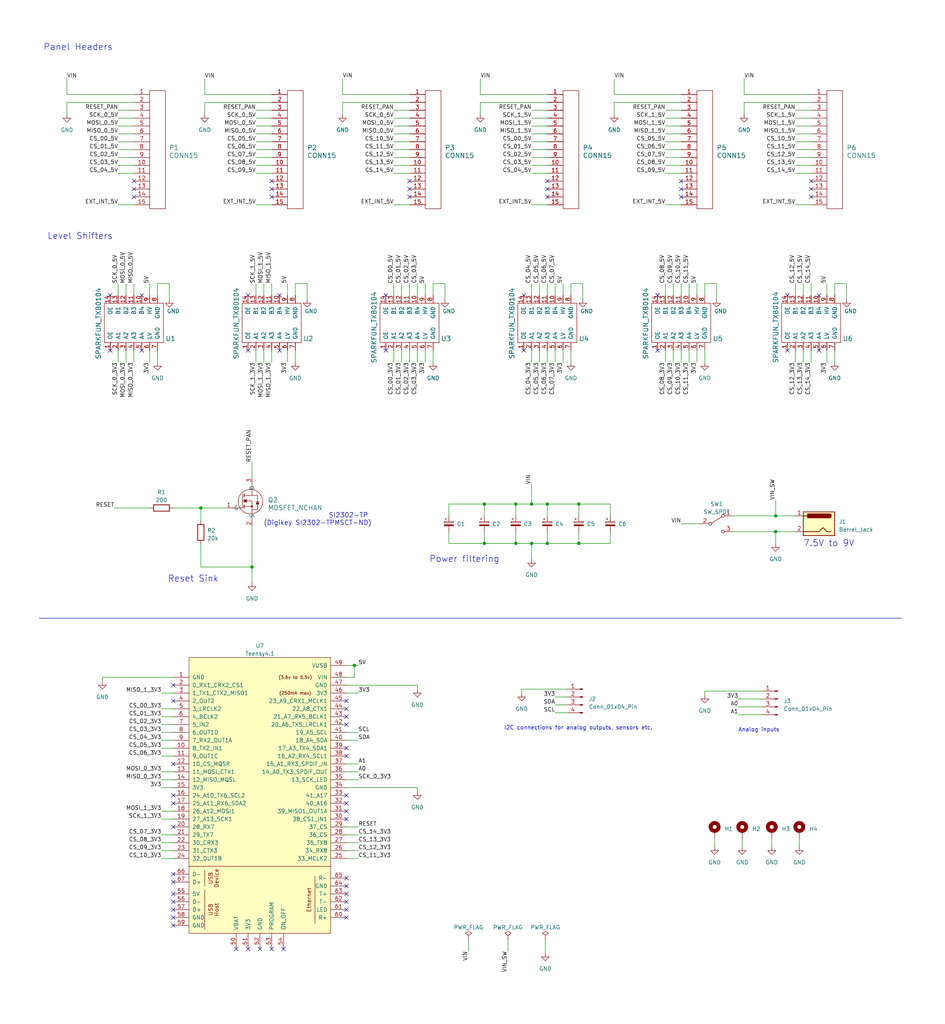
<source format=kicad_sch>
(kicad_sch (version 20250114) (generator "eeschema") (generator_version "9.0")
  (paper "User" 304.8 330.2)
  (title_block (title "G4 Test Arena Teensy 4.1") (date "07/14/2023") (rev "v0.1") (company "IORodeo"))
  (lib_symbols
    (symbol "Connector:Barrel_Jack" (pin_names (offset 1.016))
      (property "Reference" "J" (at 0 5.334 0))
      (property "Value" "Barrel_Jack" (at 0 -5.08 0))
      (symbol "Barrel_Jack_1_1"
        (pin passive line (at 7.62 2.54 180) (length 2.54) (name "~") (number "1"))
        (pin passive line (at 7.62 -2.54 180) (length 2.54) (name "~") (number "2"))
      )
    )
    (symbol "Connector:Conn_01x04_Pin" (pin_names (offset 1.016) (hide yes))
      (property "Reference" "J" (at 0 5.08 0))
      (property "Value" "Conn_01x04_Pin" (at 0 -7.62 0))
      (symbol "Conn_01x04_Pin_1_1"
        (pin passive line (at 5.08 2.54 180) (length 3.81) (name "Pin_1") (number "1"))
        (pin passive line (at 5.08 0 180) (length 3.81) (name "Pin_2") (number "2"))
        (pin passive line (at 5.08 -2.54 180) (length 3.81) (name "Pin_3") (number "3"))
        (pin passive line (at 5.08 -5.08 180) (length 3.81) (name "Pin_4") (number "4"))
      )
    )
    (symbol "Device:C_Polarized_Small" (pin_numbers (hide yes)) (pin_names (offset 0.254) (hide yes))
      (property "Reference" "C" (at 0.254 1.778 0))
      (property "Value" "C_Polarized_Small" (at 0.254 -2.032 0))
      (symbol "C_Polarized_Small_1_1"
        (pin passive line (at 0 2.54 270) (length 1.8542) (name "~") (number "1"))
        (pin passive line (at 0 -2.54 90) (length 1.8542) (name "~") (number "2"))
      )
    )
    (symbol "Device:R" (pin_numbers (hide yes)) (pin_names (offset 0))
      (property "Reference" "R" (at 2.032 0 90))
      (property "Value" "R" (at 0 0 90))
      (symbol "R_1_1"
        (pin passive line (at 0 3.81 270) (length 1.27) (name "~") (number "1"))
        (pin passive line (at 0 -3.81 90) (length 1.27) (name "~") (number "2"))
      )
    )
    (symbol "Mechanical:MountingHole_Pad" (pin_numbers (hide yes)) (pin_names (offset 1.016) (hide yes))
      (property "Reference" "H" (at 0 6.35 0))
      (property "Value" "MountingHole_Pad" (at 0 4.445 0))
      (symbol "MountingHole_Pad_1_1"
        (pin input line (at 0 -2.54 90) (length 2.54) (name "1") (number "1"))
      )
    )
    (symbol "Switch:SW_SPDT" (pin_names (offset 0) (hide yes))
      (property "Reference" "SW" (at 0 4.318 0))
      (property "Value" "SW_SPDT" (at 0 -5.08 0))
      (symbol "SW_SPDT_1_1"
        (pin passive line (at -5.08 0 0) (length 2.54) (name "B") (number "2"))
        (pin passive line (at 5.08 2.54 180) (length 2.54) (name "A") (number "1"))
        (pin passive line (at 5.08 -2.54 180) (length 2.54) (name "C") (number "3"))
      )
    )
    (symbol "arena_custom:CONN15" (pin_names (offset 1.016))
      (property "Reference" "P" (at -17.78 6.35 0))
      (property "Value" "CONN15" (at 13.97 6.35 0))
      (symbol "CONN15_1_1"
        (pin passive line (at -17.78 -5.08 90) (length 5.08) (name "~") (number "1"))
        (pin passive line (at -15.24 -5.08 90) (length 5.08) (name "~") (number "2"))
        (pin passive line (at -12.7 -5.08 90) (length 5.08) (name "~") (number "3"))
        (pin passive line (at -10.16 -5.08 90) (length 5.08) (name "~") (number "4"))
        (pin passive line (at -7.62 -5.08 90) (length 5.08) (name "~") (number "5"))
        (pin passive line (at -5.08 -5.08 90) (length 5.08) (name "~") (number "6"))
        (pin passive line (at -2.54 -5.08 90) (length 5.08) (name "~") (number "7"))
        (pin passive line (at 0 -5.08 90) (length 5.08) (name "~") (number "8"))
        (pin passive line (at 2.54 -5.08 90) (length 5.08) (name "~") (number "9"))
        (pin passive line (at 5.08 -5.08 90) (length 5.08) (name "~") (number "10"))
        (pin passive line (at 7.62 -5.08 90) (length 5.08) (name "~") (number "11"))
        (pin passive line (at 10.16 -5.08 90) (length 5.08) (name "~") (number "12"))
        (pin passive line (at 12.7 -5.08 90) (length 5.08) (name "~") (number "13"))
        (pin passive line (at 15.24 -5.08 90) (length 5.08) (name "~") (number "14"))
        (pin passive line (at 17.78 -5.08 90) (length 5.08) (name "~") (number "15"))
      )
    )
    (symbol "arena_custom:MOSFET_NCHAN" (pin_names (offset 1.016))
      (property "Reference" "Q" (at -4.826 6.35 0))
      (property "Value" "MOSFET_NCHAN" (at 0.381 -7.62 0))
      (symbol "MOSFET_NCHAN_1_1"
        (pin input line (at -8.128 0 0) (length 1.27) (name "G") (number "1"))
        (pin input line (at 0 9.525 270) (length 1.27) (name "D") (number "3"))
        (pin input line (at 0 -5.588 90) (length 1.27) (name "S") (number "2"))
      )
    )
    (symbol "arena_custom:SPARKFUN_TXB0104" (pin_names (offset 1.016))
      (property "Reference" "U" (at 0 11.43 0))
      (property "Value" "SPARKFUN_TXB0104" (at 0 -11.43 0))
      (symbol "SPARKFUN_TXB0104_1_1"
        (pin passive line (at -8.89 7.62 0) (length 2.54) (name "OE") (number "1"))
        (pin bidirectional line (at -8.89 5.08 0) (length 2.54) (name "A1") (number "2"))
        (pin bidirectional line (at -8.89 2.54 0) (length 2.54) (name "A2") (number "3"))
        (pin input line (at -8.89 0 0) (length 2.54) (name "A3") (number "4"))
        (pin bidirectional line (at -8.89 -2.54 0) (length 2.54) (name "A4") (number "5"))
        (pin power_in line (at -8.89 -5.08 0) (length 2.54) (name "LV") (number "6"))
        (pin power_in line (at -8.89 -7.62 0) (length 2.54) (name "GND") (number "7"))
        (pin passive line (at 8.89 7.62 180) (length 2.54) (name "OE") (number "14"))
        (pin bidirectional line (at 8.89 5.08 180) (length 2.54) (name "B1") (number "13"))
        (pin bidirectional line (at 8.89 2.54 180) (length 2.54) (name "B2") (number "12"))
        (pin bidirectional line (at 8.89 0 180) (length 2.54) (name "B3") (number "11"))
        (pin input line (at 8.89 -2.54 180) (length 2.54) (name "B4") (number "10"))
        (pin power_in line (at 8.89 -5.08 180) (length 2.54) (name "HV") (number "9"))
        (pin power_in line (at 8.89 -7.62 180) (length 2.54) (name "GND") (number "8"))
      )
    )
    (symbol "arena_custom:Teensy4.1" (pin_names (offset 1.016))
      (property "Reference" "U" (at 0 64.77 0))
      (property "Value" "Teensy4.1" (at 0 62.23 0))
      (symbol "Teensy4.1_0_0"
        (text "USB" (at -15.875 -10.16 900) (effects (font (size 1.27 1.27))))
        (text "USB" (at -15.875 -20.32 900) (effects (font (size 1.27 1.27))))
        (text "Device" (at -13.97 -10.16 900) (effects (font (size 1.27 1.27))))
        (text "Host" (at -13.97 -20.32 900) (effects (font (size 1.27 1.27))))
        (text "(3.6v to 5.5v)" (at 11.43 54.61 0) (effects (font (size 1.016 1.016))))
        (text "(250mA max)" (at 11.43 49.53 0) (effects (font (size 1.016 1.016))))
        (text "Ethernet" (at 15.875 -17.145 900) (effects (font (size 1.27 1.27))))
        (pin bidirectional line (at -27.94 44.45 0) (length 5.08) (name "3_LRCLK2") (number "5"))
        (pin bidirectional line (at -27.94 41.91 0) (length 5.08) (name "4_BCLK2") (number "6"))
        (pin bidirectional line (at -27.94 39.37 0) (length 5.08) (name "5_IN2") (number "7"))
        (pin bidirectional line (at -27.94 36.83 0) (length 5.08) (name "6_OUT1D") (number "8"))
        (pin bidirectional line (at -27.94 34.29 0) (length 5.08) (name "7_RX2_OUT1A") (number "9"))
        (pin bidirectional line (at -27.94 31.75 0) (length 5.08) (name "8_TX2_IN1") (number "10"))
        (pin bidirectional line (at -27.94 29.21 0) (length 5.08) (name "9_OUT1C") (number "11"))
        (pin bidirectional line (at -27.94 26.67 0) (length 5.08) (name "10_CS_MQSR") (number "12"))
        (pin bidirectional line (at -27.94 24.13 0) (length 5.08) (name "11_MOSI_CTX1") (number "13"))
        (pin bidirectional line (at -27.94 21.59 0) (length 5.08) (name "12_MISO_MQSL") (number "14"))
        (pin power_in line (at -27.94 19.05 0) (length 5.08) (name "3V3") (number "15"))
        (pin bidirectional line (at -27.94 16.51 0) (length 5.08) (name "24_A10_TX6_SCL2") (number "16"))
        (pin bidirectional line (at -27.94 13.97 0) (length 5.08) (name "25_A11_RX6_SDA2") (number "17"))
        (pin bidirectional line (at -27.94 11.43 0) (length 5.08) (name "26_A12_MOSI1") (number "18"))
        (pin bidirectional line (at -27.94 8.89 0) (length 5.08) (name "27_A13_SCK1") (number "19"))
        (pin bidirectional line (at -27.94 6.35 0) (length 5.08) (name "28_RX7") (number "20"))
        (pin bidirectional line (at -27.94 3.81 0) (length 5.08) (name "29_TX7") (number "21"))
        (pin bidirectional line (at -27.94 1.27 0) (length 5.08) (name "30_CRX3") (number "22"))
        (pin bidirectional line (at -27.94 -1.27 0) (length 5.08) (name "31_CTX3") (number "23"))
        (pin bidirectional line (at -27.94 -3.81 0) (length 5.08) (name "32_OUT1B") (number "24"))
        (pin bidirectional line (at -27.94 -8.89 0) (length 5.08) (name "D-") (number "66"))
        (pin bidirectional line (at -27.94 -11.43 0) (length 5.08) (name "D+") (number "67"))
        (pin power_out line (at -27.94 -15.24 0) (length 5.08) (name "5V") (number "55"))
        (pin bidirectional line (at -27.94 -17.78 0) (length 5.08) (name "D-") (number "56"))
        (pin bidirectional line (at -27.94 -20.32 0) (length 5.08) (name "D+") (number "57"))
        (pin power_in line (at -27.94 -22.86 0) (length 5.08) (name "GND") (number "58"))
        (pin power_in line (at -27.94 -25.4 0) (length 5.08) (name "GND") (number "59"))
        (pin power_in line (at -7.62 -33.02 90) (length 5.08) (name "VBAT") (number "50"))
        (pin power_in line (at -3.81 -33.02 90) (length 5.08) (name "3V3") (number "51"))
        (pin input line (at 3.81 -33.02 90) (length 5.08) (name "PROGRAM") (number "53"))
        (pin input line (at 7.62 -33.02 90) (length 5.08) (name "ON_OFF") (number "54"))
        (pin power_out line (at 27.94 58.42 180) (length 5.08) (name "VUSB") (number "49"))
        (pin power_in line (at 27.94 54.61 180) (length 5.08) (name "VIN") (number "48"))
        (pin bidirectional line (at 27.94 46.99 180) (length 5.08) (name "23_A9_CRX1_MCLK1") (number "45"))
        (pin bidirectional line (at 27.94 44.45 180) (length 5.08) (name "22_A8_CTX1") (number "44"))
        (pin bidirectional line (at 27.94 41.91 180) (length 5.08) (name "21_A7_RX5_BCLK1") (number "43"))
        (pin bidirectional line (at 27.94 39.37 180) (length 5.08) (name "20_A6_TX5_LRCLK1") (number "42"))
        (pin bidirectional line (at 27.94 36.83 180) (length 5.08) (name "19_A5_SCL") (number "41"))
        (pin bidirectional line (at 27.94 34.29 180) (length 5.08) (name "18_A4_SDA") (number "40"))
        (pin bidirectional line (at 27.94 31.75 180) (length 5.08) (name "17_A3_TX4_SDA1") (number "39"))
        (pin bidirectional line (at 27.94 29.21 180) (length 5.08) (name "16_A2_RX4_SCL1") (number "38"))
        (pin bidirectional line (at 27.94 26.67 180) (length 5.08) (name "15_A1_RX3_SPDIF_IN") (number "37"))
        (pin bidirectional line (at 27.94 24.13 180) (length 5.08) (name "14_A0_TX3_SPDIF_OUT") (number "36"))
        (pin bidirectional line (at 27.94 21.59 180) (length 5.08) (name "13_SCK_LED") (number "35"))
        (pin bidirectional line (at 27.94 16.51 180) (length 5.08) (name "41_A17") (number "33"))
        (pin bidirectional line (at 27.94 13.97 180) (length 5.08) (name "40_A16") (number "32"))
        (pin bidirectional line (at 27.94 11.43 180) (length 5.08) (name "39_MISO1_OUT1A") (number "31"))
        (pin bidirectional line (at 27.94 8.89 180) (length 5.08) (name "38_CS1_IN1") (number "30"))
        (pin bidirectional line (at 27.94 6.35 180) (length 5.08) (name "37_CS") (number "29"))
        (pin bidirectional line (at 27.94 3.81 180) (length 5.08) (name "36_CS") (number "28"))
        (pin bidirectional line (at 27.94 1.27 180) (length 5.08) (name "35_TX8") (number "27"))
        (pin bidirectional line (at 27.94 -1.27 180) (length 5.08) (name "34_RX8") (number "26"))
        (pin bidirectional line (at 27.94 -3.81 180) (length 5.08) (name "33_MCLK2") (number "25"))
        (pin bidirectional line (at 27.94 -10.16 180) (length 5.08) (name "R-") (number "65"))
        (pin power_in line (at 27.94 -12.7 180) (length 5.08) (name "GND") (number "64"))
        (pin bidirectional line (at 27.94 -15.24 180) (length 5.08) (name "T+") (number "63"))
        (pin bidirectional line (at 27.94 -17.78 180) (length 5.08) (name "T-") (number "62"))
        (pin bidirectional line (at 27.94 -20.32 180) (length 5.08) (name "LED") (number "61"))
        (pin bidirectional line (at 27.94 -22.86 180) (length 5.08) (name "R+") (number "60"))
      )
      (symbol "Teensy4.1_1_0"
        (pin power_in line (at 0 -33.02 90) (length 5.08) (name "GND") (number "52"))
        (pin power_in line (at 27.94 52.07 180) (length 5.08) (name "GND") (number "47"))
        (pin power_out line (at 27.94 49.53 180) (length 5.08) (name "3V3") (number "46"))
      )
      (symbol "Teensy4.1_1_1"
        (pin power_in line (at -27.94 54.61 0) (length 5.08) (name "GND") (number "1"))
        (pin bidirectional line (at -27.94 52.07 0) (length 5.08) (name "0_RX1_CRX2_CS1") (number "2"))
        (pin bidirectional line (at -27.94 49.53 0) (length 5.08) (name "1_TX1_CTX2_MISO1") (number "3"))
        (pin bidirectional line (at -27.94 46.99 0) (length 5.08) (name "2_OUT2") (number "4"))
        (pin power_in line (at 27.94 19.05 180) (length 5.08) (name "GND") (number "34"))
      )
    )
    (symbol "power:GND" (power) (pin_names (offset 0))
      (property "Value" "GND" (at 0 -3.81 0))
      (symbol "GND_1_1"
        (pin power_in line (at 0 0 270) (length 0) (hide yes) (name "GND") (number "1"))
      )
    )
    (symbol "power:PWR_FLAG" (power) (pin_numbers (hide yes)) (pin_names (offset 0) (hide yes))
      (property "Value" "PWR_FLAG" (at 0 3.81 0))
      (symbol "PWR_FLAG_0_0"
        (pin power_out line (at 0 0 90) (length 0) (name "pwr") (number "1"))
      )
    )
  )
  (text "SI2302-TP \n(Digikey SI2302-TPMSCT-ND)" (at 119.888 169.672 0) (effects (font (size 1.524 1.524)) (justify right bottom)))
  (text "Analog inputs" (at 238.125 236.22 0) (effects (font (size 1.27 1.27)) (justify left bottom)))
  (text "Level Shifters" (at 15.24 77.47 0) (effects (font (size 2.032 2.032)) (justify left bottom)))
  (text "Panel Headers" (at 13.97 16.51 0) (effects (font (size 2.032 2.032)) (justify left bottom)))
  (text "Power filtering\n" (at 138.43 181.61 0) (effects (font (size 2.032 2.032)) (justify left bottom)))
  (text "I2C connections for analog outputs, sensors etc. " (at 162.56 235.585 0) (effects (font (size 1.27 1.27)) (justify left bottom)))
  (text "7.5V to 9V" (at 259.08 176.53 0) (effects (font (size 2.032 2.032)) (justify left bottom)))
  (text "Reset Sink" (at 54.102 187.96 0) (effects (font (size 2.032 2.032)) (justify left bottom)))
  (junction (at 186.69 162.56))
  (junction (at 171.45 162.56))
  (junction (at 156.21 175.26))
  (junction (at 166.37 162.56))
  (junction (at 64.77 163.83))
  (junction (at 186.69 175.26))
  (junction (at 156.21 162.56))
  (junction (at 176.53 175.26))
  (junction (at 176.53 162.56))
  (junction (at 171.45 175.26))
  (junction (at 250.19 166.37))
  (junction (at 250.19 171.45))
  (junction (at 166.37 175.26))
  (junction (at 114.3 214.63))
  (junction (at 81.28 182.88))
  (no_connect (at 111.76 233.68))
  (no_connect (at 55.88 295.91))
  (no_connect (at 176.53 58.42))
  (no_connect (at 43.18 58.42))
  (no_connect (at 55.88 246.38))
  (no_connect (at 111.76 288.29))
  (no_connect (at 55.88 259.08))
  (no_connect (at 83.82 306.07))
  (no_connect (at 111.76 228.6))
  (no_connect (at 111.76 231.14))
  (no_connect (at 111.76 261.62))
  (no_connect (at 91.44 306.07))
  (no_connect (at 111.76 293.37))
  (no_connect (at 132.08 60.96))
  (no_connect (at 55.88 281.94))
  (no_connect (at 55.88 290.83))
  (no_connect (at 55.88 256.54))
  (no_connect (at 111.76 295.91))
  (no_connect (at 111.76 290.83))
  (no_connect (at 111.76 241.3))
  (no_connect (at 35.56 113.03))
  (no_connect (at 55.88 266.7))
  (no_connect (at 43.18 60.96))
  (no_connect (at 168.91 113.03))
  (no_connect (at 124.46 113.03))
  (no_connect (at 176.53 63.5))
  (no_connect (at 45.72 95.25))
  (no_connect (at 254 95.25))
  (no_connect (at 90.17 113.03))
  (no_connect (at 261.62 60.96))
  (no_connect (at 87.63 63.5))
  (no_connect (at 80.01 95.25))
  (no_connect (at 212.09 113.03))
  (no_connect (at 261.62 58.42))
  (no_connect (at 111.76 226.06))
  (no_connect (at 176.53 60.96))
  (no_connect (at 168.91 95.25))
  (no_connect (at 55.88 288.29))
  (no_connect (at 55.88 293.37))
  (no_connect (at 80.01 113.03))
  (no_connect (at 87.63 60.96))
  (no_connect (at 111.76 243.84))
  (no_connect (at 45.72 113.03))
  (no_connect (at 219.71 63.5))
  (no_connect (at 87.63 58.42))
  (no_connect (at 111.76 264.16))
  (no_connect (at 132.08 58.42))
  (no_connect (at 55.88 226.06))
  (no_connect (at 264.16 113.03))
  (no_connect (at 87.63 306.07))
  (no_connect (at 55.88 298.45))
  (no_connect (at 90.17 95.25))
  (no_connect (at 111.76 283.21))
  (no_connect (at 264.16 95.25))
  (no_connect (at 261.62 63.5))
  (no_connect (at 219.71 60.96))
  (no_connect (at 55.88 220.98))
  (no_connect (at 55.88 284.48))
  (no_connect (at 111.76 285.75))
  (no_connect (at 254 113.03))
  (no_connect (at 212.09 95.25))
  (no_connect (at 111.76 259.08))
  (no_connect (at 124.46 95.25))
  (no_connect (at 35.56 95.25))
  (no_connect (at 111.76 256.54))
  (no_connect (at 76.2 306.07))
  (no_connect (at 43.18 63.5))
  (no_connect (at 132.08 63.5))
  (no_connect (at 219.71 58.42))
  (no_connect (at 80.01 306.07))
  (wire (pts (xy 66.04 33.02) (xy 87.63 33.02)))
  (wire (pts (xy 52.07 238.76) (xy 55.88 238.76)))
  (wire (pts (xy 179.07 224.79) (xy 182.88 224.79)))
  (wire (pts (xy 176.53 162.56) (xy 176.53 166.37)))
  (wire (pts (xy 111.76 236.22) (xy 115.57 236.22)))
  (polyline (pts (xy 12.7 199.39) (xy 290.83 199.39)))
  (wire (pts (xy 227.33 113.03) (xy 227.33 116.84)))
  (wire (pts (xy 50.8 91.44) (xy 54.61 91.44)))
  (wire (pts (xy 43.18 40.64) (xy 38.1 40.64)))
  (wire (pts (xy 171.45 175.26) (xy 171.45 180.34)))
  (wire (pts (xy 176.53 48.26) (xy 171.45 48.26)))
  (wire (pts (xy 95.25 91.44) (xy 99.06 91.44)))
  (wire (pts (xy 224.79 113.03) (xy 224.79 116.84)))
  (wire (pts (xy 52.07 261.62) (xy 55.88 261.62)))
  (wire (pts (xy 87.63 38.1) (xy 82.55 38.1)))
  (wire (pts (xy 179.07 227.33) (xy 182.88 227.33)))
  (wire (pts (xy 87.63 113.03) (xy 87.63 116.84)))
  (wire (pts (xy 154.94 33.02) (xy 176.53 33.02)))
  (wire (pts (xy 132.08 55.88) (xy 127 55.88)))
  (wire (pts (xy 87.63 43.18) (xy 82.55 43.18)))
  (wire (pts (xy 52.07 231.14) (xy 55.88 231.14)))
  (wire (pts (xy 219.71 50.8) (xy 214.63 50.8)))
  (wire (pts (xy 85.09 95.25) (xy 85.09 91.44)))
  (wire (pts (xy 114.3 214.63) (xy 115.57 214.63)))
  (wire (pts (xy 52.07 251.46) (xy 55.88 251.46)))
  (wire (pts (xy 87.63 50.8) (xy 82.55 50.8)))
  (wire (pts (xy 176.53 55.88) (xy 171.45 55.88)))
  (wire (pts (xy 261.62 38.1) (xy 256.54 38.1)))
  (wire (pts (xy 261.62 43.18) (xy 256.54 43.18)))
  (wire (pts (xy 40.64 113.03) (xy 40.64 116.84)))
  (wire (pts (xy 240.03 33.02) (xy 240.03 36.83)))
  (wire (pts (xy 144.78 162.56) (xy 156.21 162.56)))
  (wire (pts (xy 168.275 222.25) (xy 168.275 223.52)))
  (wire (pts (xy 257.81 270.51) (xy 257.81 273.05)))
  (wire (pts (xy 186.69 162.56) (xy 186.69 166.37)))
  (wire (pts (xy 239.395 270.51) (xy 239.395 273.05)))
  (wire (pts (xy 111.76 246.38) (xy 115.57 246.38)))
  (wire (pts (xy 95.25 91.44) (xy 95.25 95.25)))
  (wire (pts (xy 43.18 66.04) (xy 38.1 66.04)))
  (wire (pts (xy 43.18 45.72) (xy 38.1 45.72)))
  (wire (pts (xy 38.1 113.03) (xy 38.1 116.84)))
  (wire (pts (xy 64.77 182.88) (xy 81.28 182.88)))
  (wire (pts (xy 21.59 25.4) (xy 21.59 30.48)))
  (wire (pts (xy 132.08 48.26) (xy 127 48.26)))
  (wire (pts (xy 176.53 113.03) (xy 176.53 116.84)))
  (wire (pts (xy 219.71 35.56) (xy 214.63 35.56)))
  (wire (pts (xy 137.16 95.25) (xy 137.16 91.44)))
  (wire (pts (xy 240.03 30.48) (xy 261.62 30.48)))
  (wire (pts (xy 139.7 113.03) (xy 139.7 116.84)))
  (wire (pts (xy 43.18 38.1) (xy 38.1 38.1)))
  (wire (pts (xy 198.12 33.02) (xy 198.12 36.83)))
  (wire (pts (xy 261.62 113.03) (xy 261.62 116.84)))
  (wire (pts (xy 66.04 33.02) (xy 66.04 36.83)))
  (wire (pts (xy 52.07 264.16) (xy 55.88 264.16)))
  (wire (pts (xy 43.18 53.34) (xy 38.1 53.34)))
  (wire (pts (xy 176.53 175.26) (xy 186.69 175.26)))
  (wire (pts (xy 156.21 162.56) (xy 166.37 162.56)))
  (wire (pts (xy 230.505 270.51) (xy 230.505 273.05)))
  (wire (pts (xy 266.7 95.25) (xy 266.7 91.44)))
  (wire (pts (xy 52.07 223.52) (xy 55.88 223.52)))
  (wire (pts (xy 43.18 50.8) (xy 38.1 50.8)))
  (wire (pts (xy 127 113.03) (xy 127 116.84)))
  (wire (pts (xy 176.53 53.34) (xy 171.45 53.34)))
  (wire (pts (xy 227.33 222.885) (xy 245.745 222.885)))
  (wire (pts (xy 261.62 45.72) (xy 256.54 45.72)))
  (wire (pts (xy 132.08 53.34) (xy 127 53.34)))
  (wire (pts (xy 21.59 30.48) (xy 43.18 30.48)))
  (wire (pts (xy 129.54 95.25) (xy 129.54 91.44)))
  (wire (pts (xy 52.07 269.24) (xy 55.88 269.24)))
  (wire (pts (xy 52.07 248.92) (xy 55.88 248.92)))
  (wire (pts (xy 110.49 25.4) (xy 110.49 30.48)))
  (wire (pts (xy 173.99 113.03) (xy 173.99 116.84)))
  (wire (pts (xy 110.49 30.48) (xy 132.08 30.48)))
  (wire (pts (xy 43.18 35.56) (xy 38.1 35.56)))
  (wire (pts (xy 43.18 48.26) (xy 38.1 48.26)))
  (wire (pts (xy 111.76 238.76) (xy 115.57 238.76)))
  (wire (pts (xy 82.55 95.25) (xy 82.55 91.44)))
  (wire (pts (xy 256.54 113.03) (xy 256.54 116.84)))
  (wire (pts (xy 166.37 162.56) (xy 166.37 166.37)))
  (wire (pts (xy 66.04 30.48) (xy 87.63 30.48)))
  (wire (pts (xy 33.02 218.44) (xy 33.02 219.71)))
  (wire (pts (xy 176.53 45.72) (xy 171.45 45.72)))
  (wire (pts (xy 198.12 25.4) (xy 198.12 30.48)))
  (wire (pts (xy 176.53 162.56) (xy 186.69 162.56)))
  (wire (pts (xy 176.53 95.25) (xy 176.53 91.44)))
  (wire (pts (xy 219.71 48.26) (xy 214.63 48.26)))
  (wire (pts (xy 179.07 95.25) (xy 179.07 91.44)))
  (wire (pts (xy 52.07 271.78) (xy 55.88 271.78)))
  (wire (pts (xy 137.16 113.03) (xy 137.16 116.84)))
  (wire (pts (xy 66.04 25.4) (xy 66.04 30.48)))
  (wire (pts (xy 115.57 269.24) (xy 111.76 269.24)))
  (wire (pts (xy 144.78 171.45) (xy 144.78 175.26)))
  (wire (pts (xy 181.61 95.25) (xy 181.61 91.44)))
  (wire (pts (xy 186.69 175.26) (xy 186.69 171.45)))
  (wire (pts (xy 219.71 38.1) (xy 214.63 38.1)))
  (wire (pts (xy 175.895 302.895) (xy 175.895 307.34)))
  (wire (pts (xy 111.76 254) (xy 134.62 254)))
  (wire (pts (xy 87.63 40.64) (xy 82.55 40.64)))
  (wire (pts (xy 269.24 113.03) (xy 269.24 116.84)))
  (wire (pts (xy 166.37 162.56) (xy 171.45 162.56)))
  (wire (pts (xy 111.76 220.98) (xy 134.62 220.98)))
  (wire (pts (xy 95.25 113.03) (xy 95.25 116.84)))
  (wire (pts (xy 132.08 50.8) (xy 127 50.8)))
  (wire (pts (xy 214.63 113.03) (xy 214.63 116.84)))
  (wire (pts (xy 179.07 229.87) (xy 182.88 229.87)))
  (wire (pts (xy 250.19 171.45) (xy 250.19 175.26)))
  (wire (pts (xy 115.57 274.32) (xy 111.76 274.32)))
  (wire (pts (xy 196.85 162.56) (xy 196.85 166.37)))
  (wire (pts (xy 171.45 175.26) (xy 176.53 175.26)))
  (wire (pts (xy 261.62 95.25) (xy 261.62 91.44)))
  (wire (pts (xy 261.62 48.26) (xy 256.54 48.26)))
  (wire (pts (xy 256.54 95.25) (xy 256.54 91.44)))
  (wire (pts (xy 154.94 25.4) (xy 154.94 30.48)))
  (wire (pts (xy 132.08 38.1) (xy 127 38.1)))
  (wire (pts (xy 176.53 38.1) (xy 171.45 38.1)))
  (wire (pts (xy 176.53 35.56) (xy 171.45 35.56)))
  (wire (pts (xy 176.53 40.64) (xy 171.45 40.64)))
  (wire (pts (xy 144.78 166.37) (xy 144.78 162.56)))
  (wire (pts (xy 176.53 175.26) (xy 176.53 171.45)))
  (wire (pts (xy 48.26 113.03) (xy 48.26 116.84)))
  (wire (pts (xy 171.45 156.21) (xy 171.45 162.56)))
  (wire (pts (xy 132.08 66.04) (xy 127 66.04)))
  (wire (pts (xy 261.62 35.56) (xy 256.54 35.56)))
  (wire (pts (xy 50.8 91.44) (xy 50.8 95.25)))
  (wire (pts (xy 173.99 95.25) (xy 173.99 91.44)))
  (wire (pts (xy 21.59 33.02) (xy 21.59 36.83)))
  (wire (pts (xy 114.3 218.44) (xy 114.3 214.63)))
  (wire (pts (xy 132.08 95.25) (xy 132.08 91.44)))
  (wire (pts (xy 85.09 113.03) (xy 85.09 116.84)))
  (wire (pts (xy 196.85 171.45) (xy 196.85 175.26)))
  (wire (pts (xy 171.45 113.03) (xy 171.45 116.84)))
  (wire (pts (xy 36.83 163.83) (xy 48.26 163.83)))
  (wire (pts (xy 132.08 40.64) (xy 127 40.64)))
  (wire (pts (xy 50.8 113.03) (xy 50.8 116.84)))
  (wire (pts (xy 222.25 113.03) (xy 222.25 116.84)))
  (wire (pts (xy 171.45 162.56) (xy 176.53 162.56)))
  (wire (pts (xy 179.07 113.03) (xy 179.07 116.84)))
  (wire (pts (xy 132.08 45.72) (xy 127 45.72)))
  (wire (pts (xy 250.19 171.45) (xy 256.54 171.45)))
  (wire (pts (xy 236.22 166.37) (xy 250.19 166.37)))
  (wire (pts (xy 43.18 55.88) (xy 38.1 55.88)))
  (wire (pts (xy 43.18 43.18) (xy 38.1 43.18)))
  (wire (pts (xy 226.06 168.91) (xy 219.71 168.91)))
  (wire (pts (xy 154.94 30.48) (xy 176.53 30.48)))
  (wire (pts (xy 134.62 220.98) (xy 134.62 222.25)))
  (wire (pts (xy 250.19 166.37) (xy 256.54 166.37)))
  (wire (pts (xy 132.08 113.03) (xy 132.08 116.84)))
  (wire (pts (xy 110.49 33.02) (xy 110.49 36.83)))
  (wire (pts (xy 52.07 243.84) (xy 55.88 243.84)))
  (wire (pts (xy 52.07 236.22) (xy 55.88 236.22)))
  (wire (pts (xy 55.88 254) (xy 52.07 254)))
  (wire (pts (xy 139.7 91.44) (xy 139.7 95.25)))
  (wire (pts (xy 111.76 218.44) (xy 114.3 218.44)))
  (wire (pts (xy 184.15 91.44) (xy 187.96 91.44)))
  (wire (pts (xy 115.57 251.46) (xy 111.76 251.46)))
  (wire (pts (xy 87.63 53.34) (xy 82.55 53.34)))
  (wire (pts (xy 163.83 302.895) (xy 163.83 306.705)))
  (wire (pts (xy 217.17 113.03) (xy 217.17 116.84)))
  (wire (pts (xy 219.71 40.64) (xy 214.63 40.64)))
  (wire (pts (xy 52.07 241.3) (xy 55.88 241.3)))
  (wire (pts (xy 92.71 113.03) (xy 92.71 116.84)))
  (wire (pts (xy 82.55 113.03) (xy 82.55 116.84)))
  (wire (pts (xy 144.78 175.26) (xy 156.21 175.26)))
  (wire (pts (xy 261.62 55.88) (xy 256.54 55.88)))
  (wire (pts (xy 115.57 276.86) (xy 111.76 276.86)))
  (wire (pts (xy 134.62 254) (xy 134.62 255.27)))
  (wire (pts (xy 198.12 33.02) (xy 219.71 33.02)))
  (wire (pts (xy 184.15 91.44) (xy 184.15 95.25)))
  (wire (pts (xy 261.62 40.64) (xy 256.54 40.64)))
  (wire (pts (xy 87.63 55.88) (xy 82.55 55.88)))
  (wire (pts (xy 151.13 302.895) (xy 151.13 306.705)))
  (wire (pts (xy 181.61 113.03) (xy 181.61 116.84)))
  (wire (pts (xy 134.62 95.25) (xy 134.62 91.44)))
  (wire (pts (xy 219.71 113.03) (xy 219.71 116.84)))
  (wire (pts (xy 250.19 166.37) (xy 250.19 161.29)))
  (wire (pts (xy 219.71 55.88) (xy 214.63 55.88)))
  (wire (pts (xy 184.15 113.03) (xy 184.15 116.84)))
  (wire (pts (xy 21.59 33.02) (xy 43.18 33.02)))
  (wire (pts (xy 87.63 35.56) (xy 82.55 35.56)))
  (wire (pts (xy 129.54 113.03) (xy 129.54 116.84)))
  (wire (pts (xy 219.71 66.04) (xy 214.63 66.04)))
  (wire (pts (xy 55.88 163.83) (xy 64.77 163.83)))
  (wire (pts (xy 111.76 266.7) (xy 115.57 266.7)))
  (wire (pts (xy 269.24 91.44) (xy 269.24 95.25)))
  (wire (pts (xy 248.92 270.51) (xy 248.92 273.05)))
  (wire (pts (xy 196.85 175.26) (xy 186.69 175.26)))
  (wire (pts (xy 52.07 228.6) (xy 55.88 228.6)))
  (wire (pts (xy 132.08 43.18) (xy 127 43.18)))
  (wire (pts (xy 48.26 95.25) (xy 48.26 91.44)))
  (wire (pts (xy 99.06 91.44) (xy 99.06 96.52)))
  (wire (pts (xy 227.33 91.44) (xy 231.14 91.44)))
  (wire (pts (xy 219.71 95.25) (xy 219.71 91.44)))
  (wire (pts (xy 219.71 53.34) (xy 214.63 53.34)))
  (wire (pts (xy 81.28 182.88) (xy 81.28 187.96)))
  (wire (pts (xy 261.62 66.04) (xy 256.54 66.04)))
  (wire (pts (xy 224.79 95.25) (xy 224.79 91.44)))
  (wire (pts (xy 187.96 91.44) (xy 187.96 96.52)))
  (wire (pts (xy 115.57 271.78) (xy 111.76 271.78)))
  (wire (pts (xy 54.61 91.44) (xy 54.61 96.52)))
  (wire (pts (xy 266.7 113.03) (xy 266.7 116.84)))
  (wire (pts (xy 134.62 113.03) (xy 134.62 116.84)))
  (wire (pts (xy 240.03 25.4) (xy 240.03 30.48)))
  (wire (pts (xy 176.53 50.8) (xy 171.45 50.8)))
  (wire (pts (xy 156.21 162.56) (xy 156.21 166.37)))
  (wire (pts (xy 52.07 274.32) (xy 55.88 274.32)))
  (wire (pts (xy 238.125 227.965) (xy 245.745 227.965)))
  (wire (pts (xy 52.07 233.68) (xy 55.88 233.68)))
  (wire (pts (xy 231.14 91.44) (xy 231.14 96.52)))
  (wire (pts (xy 222.25 95.25) (xy 222.25 91.44)))
  (wire (pts (xy 171.45 43.18) (xy 176.53 43.18)))
  (wire (pts (xy 261.62 50.8) (xy 256.54 50.8)))
  (wire (pts (xy 110.49 33.02) (xy 132.08 33.02)))
  (wire (pts (xy 166.37 175.26) (xy 171.45 175.26)))
  (wire (pts (xy 259.08 95.25) (xy 259.08 91.44)))
  (wire (pts (xy 87.63 45.72) (xy 82.55 45.72)))
  (wire (pts (xy 166.37 171.45) (xy 166.37 175.26)))
  (wire (pts (xy 38.1 95.25) (xy 38.1 91.44)))
  (wire (pts (xy 64.77 163.83) (xy 64.77 167.894)))
  (wire (pts (xy 238.125 230.505) (xy 245.745 230.505)))
  (wire (pts (xy 40.64 95.25) (xy 40.64 91.44)))
  (wire (pts (xy 168.275 222.25) (xy 182.88 222.25)))
  (wire (pts (xy 92.71 95.25) (xy 92.71 91.44)))
  (wire (pts (xy 219.71 43.18) (xy 214.63 43.18)))
  (wire (pts (xy 87.63 48.26) (xy 82.55 48.26)))
  (wire (pts (xy 176.53 66.04) (xy 171.45 66.04)))
  (wire (pts (xy 87.63 91.44) (xy 87.63 95.25)))
  (wire (pts (xy 261.62 53.34) (xy 256.54 53.34)))
  (wire (pts (xy 156.21 175.26) (xy 166.37 175.26)))
  (wire (pts (xy 227.33 222.885) (xy 227.33 224.155)))
  (wire (pts (xy 111.76 248.92) (xy 115.57 248.92)))
  (wire (pts (xy 111.76 223.52) (xy 115.57 223.52)))
  (wire (pts (xy 43.18 113.03) (xy 43.18 116.84)))
  (wire (pts (xy 269.24 91.44) (xy 273.05 91.44)))
  (wire (pts (xy 52.07 276.86) (xy 55.88 276.86)))
  (wire (pts (xy 259.08 113.03) (xy 259.08 116.84)))
  (wire (pts (xy 87.63 66.04) (xy 82.55 66.04)))
  (wire (pts (xy 139.7 91.44) (xy 143.51 91.44)))
  (wire (pts (xy 198.12 30.48) (xy 219.71 30.48)))
  (wire (pts (xy 154.94 33.02) (xy 154.94 36.83)))
  (wire (pts (xy 171.45 95.25) (xy 171.45 91.44)))
  (wire (pts (xy 43.18 95.25) (xy 43.18 91.44)))
  (wire (pts (xy 217.17 95.25) (xy 217.17 91.44)))
  (wire (pts (xy 111.76 214.63) (xy 114.3 214.63)))
  (wire (pts (xy 55.88 218.44) (xy 33.02 218.44)))
  (wire (pts (xy 64.77 175.514) (xy 64.77 182.88)))
  (wire (pts (xy 214.63 95.25) (xy 214.63 91.44)))
  (wire (pts (xy 219.71 45.72) (xy 214.63 45.72)))
  (wire (pts (xy 64.77 163.83) (xy 73.152 163.83)))
  (wire (pts (xy 240.03 33.02) (xy 261.62 33.02)))
  (wire (pts (xy 127 95.25) (xy 127 91.44)))
  (wire (pts (xy 156.21 175.26) (xy 156.21 171.45)))
  (wire (pts (xy 81.28 169.418) (xy 81.28 182.88)))
  (wire (pts (xy 81.28 154.305) (xy 81.28 149.098)))
  (wire (pts (xy 143.51 91.44) (xy 143.51 96.52)))
  (wire (pts (xy 238.125 225.425) (xy 245.745 225.425)))
  (wire (pts (xy 132.08 35.56) (xy 127 35.56)))
  (wire (pts (xy 236.22 171.45) (xy 250.19 171.45)))
  (wire (pts (xy 273.05 91.44) (xy 273.05 96.52)))
  (wire (pts (xy 186.69 162.56) (xy 196.85 162.56)))
  (wire (pts (xy 227.33 91.44) (xy 227.33 95.25)))
  (label "CS_09_5V" (at 217.17 91.44 90))
  (label "CS_13_5V" (at 259.08 91.44 90))
  (label "RESET_PAN" (at 127 35.56 180))
  (label "CS_11_5V" (at 222.25 91.44 90))
  (label "MOSI_0_3V3" (at 52.07 248.92 180))
  (label "A1" (at 115.57 246.38 0))
  (label "CS_09_3V3" (at 217.17 116.84 270))
  (label "CS_02_5V" (at 132.08 91.44 90))
  (label "CS_13_3V3" (at 259.08 116.84 270))
  (label "CS_13_3V3" (at 115.57 271.78 0))
  (label "MISO_1_3V3" (at 87.63 116.84 270))
  (label "CS_10_5V" (at 127 45.72 180))
  (label "3V3" (at 52.07 254 180))
  (label "CS_00_3V3" (at 52.07 228.6 180))
  (label "EXT_INT_5V" (at 38.1 66.04 180))
  (label "MOSI_1_5V" (at 214.63 40.64 180))
  (label "MOSI_1_5V" (at 171.45 40.64 180))
  (label "MISO_1_5V" (at 171.45 43.18 180))
  (label "CS_12_5V" (at 256.54 50.8 180))
  (label "5V" (at 224.79 91.44 90))
  (label "5V" (at 266.7 91.44 90))
  (label "RESET" (at 36.83 163.83 180))
  (label "CS_02_3V3" (at 52.07 233.68 180))
  (label "CS_08_5V" (at 82.55 53.34 180))
  (label "CS_04_3V3" (at 52.07 238.76 180))
  (label "CS_13_5V" (at 127 53.34 180))
  (label "MISO_1_5V" (at 214.63 43.18 180))
  (label "CS_12_3V3" (at 115.57 274.32 0))
  (label "CS_12_5V" (at 127 50.8 180))
  (label "SCK_0_3V3" (at 115.57 251.46 0))
  (label "SCK_0_3V3" (at 38.1 116.84 270))
  (label "MOSI_1_3V3" (at 85.09 116.84 270))
  (label "MISO_0_5V" (at 82.55 43.18 180))
  (label "MISO_1_5V" (at 256.54 43.18 180))
  (label "3V3" (at 48.26 116.84 270))
  (label "3V3" (at 266.7 116.84 270))
  (label "3V3" (at 92.71 116.84 270))
  (label "CS_09_5V" (at 214.63 55.88 180))
  (label "CS_06_3V3" (at 176.53 116.84 270))
  (label "SCK_0_5V" (at 82.55 38.1 180))
  (label "CS_11_3V3" (at 115.57 276.86 0))
  (label "VIN" (at 219.71 168.91 180))
  (label "RESET_PAN" (at 81.28 149.098 90))
  (label "EXT_INT_5V" (at 214.63 66.04 180))
  (label "CS_07_5V" (at 179.07 91.44 90))
  (label "A0" (at 238.125 227.965 180))
  (label "CS_10_5V" (at 256.54 45.72 180))
  (label "3V3" (at 238.125 225.425 180))
  (label "SCK_0_5V" (at 38.1 38.1 180))
  (label "CS_01_3V3" (at 52.07 231.14 180))
  (label "CS_01_5V" (at 171.45 48.26 180))
  (label "CS_00_5V" (at 127 91.44 90))
  (label "SCK_0_5V" (at 127 38.1 180))
  (label "CS_03_3V3" (at 134.62 116.84 270))
  (label "SCL" (at 115.57 236.22 0))
  (label "CS_14_3V3" (at 115.57 269.24 0))
  (label "MOSI_0_5V" (at 82.55 40.64 180))
  (label "CS_05_5V" (at 82.55 45.72 180))
  (label "5V" (at 92.71 91.44 90))
  (label "CS_12_5V" (at 256.54 91.44 90))
  (label "MOSI_0_3V3" (at 40.64 116.84 270))
  (label "MOSI_1_5V" (at 85.09 91.44 90))
  (label "CS_08_3V3" (at 214.63 116.84 270))
  (label "VIN" (at 198.12 25.4 0))
  (label "3V3" (at 179.07 224.79 180))
  (label "MISO_0_5V" (at 43.18 91.44 90))
  (label "CS_07_3V3" (at 52.07 269.24 180))
  (label "RESET_PAN" (at 38.1 35.56 180))
  (label "RESET" (at 115.57 266.7 0))
  (label "CS_11_3V3" (at 222.25 116.84 270))
  (label "CS_02_5V" (at 171.45 50.8 180))
  (label "CS_05_3V3" (at 52.07 241.3 180))
  (label "CS_05_5V" (at 173.99 91.44 90))
  (label "MISO_0_5V" (at 38.1 43.18 180))
  (label "SCK_1_5V" (at 214.63 38.1 180))
  (label "CS_09_3V3" (at 52.07 274.32 180))
  (label "5V" (at 48.26 91.44 90))
  (label "CS_07_5V" (at 214.63 50.8 180))
  (label "RESET_PAN" (at 82.55 35.56 180))
  (label "EXT_INT_5V" (at 82.55 66.04 180))
  (label "CS_08_3V3" (at 52.07 271.78 180))
  (label "CS_14_5V" (at 127 55.88 180))
  (label "CS_07_3V3" (at 179.07 116.84 270))
  (label "CS_00_5V" (at 171.45 45.72 180))
  (label "CS_03_5V" (at 171.45 53.34 180))
  (label "CS_06_3V3" (at 52.07 243.84 180))
  (label "3V3" (at 115.57 223.52 0))
  (label "CS_04_5V" (at 38.1 55.88 180))
  (label "CS_09_5V" (at 82.55 55.88 180))
  (label "SCK_0_5V" (at 38.1 91.44 90))
  (label "SCL" (at 179.07 229.87 180))
  (label "CS_04_3V3" (at 171.45 116.84 270))
  (label "5V" (at 181.61 91.44 90))
  (label "CS_01_5V" (at 38.1 48.26 180))
  (label "VIN" (at 21.59 25.4 0))
  (label "CS_06_5V" (at 176.53 91.44 90))
  (label "CS_00_3V3" (at 127 116.84 270))
  (label "CS_11_5V" (at 127 48.26 180))
  (label "CS_10_3V3" (at 52.07 276.86 180))
  (label "CS_11_5V" (at 256.54 48.26 180))
  (label "CS_06_5V" (at 214.63 48.26 180))
  (label "CS_10_3V3" (at 219.71 116.84 270))
  (label "3V3" (at 137.16 116.84 270))
  (label "CS_03_5V" (at 38.1 53.34 180))
  (label "CS_13_5V" (at 256.54 53.34 180))
  (label "CS_03_3V3" (at 52.07 236.22 180))
  (label "VIN" (at 240.03 25.4 0))
  (label "MISO_0_3V3" (at 52.07 251.46 180))
  (label "CS_05_5V" (at 214.63 45.72 180))
  (label "CS_14_5V" (at 256.54 55.88 180))
  (label "CS_12_3V3" (at 256.54 116.84 270))
  (label "SDA" (at 115.57 238.76 0))
  (label "CS_07_5V" (at 82.55 50.8 180))
  (label "RESET_PAN" (at 171.45 35.56 180))
  (label "CS_02_3V3" (at 132.08 116.84 270))
  (label "A0" (at 115.57 248.92 0))
  (label "CS_05_3V3" (at 173.99 116.84 270))
  (label "VIN" (at 110.49 25.4 0))
  (label "3V3" (at 224.79 116.84 270))
  (label "CS_01_5V" (at 129.54 91.44 90))
  (label "5V" (at 137.16 91.44 90))
  (label "MISO_1_3V3" (at 52.07 223.52 180))
  (label "MOSI_1_5V" (at 256.54 40.64 180))
  (label "MOSI_0_5V" (at 40.64 91.44 90))
  (label "CS_14_5V" (at 261.62 91.44 90))
  (label "RESET_PAN" (at 214.63 35.56 180))
  (label "VIN_SW" (at 163.83 306.705 270))
  (label "VIN" (at 171.45 156.21 90))
  (label "SCK_1_3V3" (at 82.55 116.84 270))
  (label "CS_00_5V" (at 38.1 45.72 180))
  (label "MISO_0_5V" (at 127 43.18 180))
  (label "EXT_INT_5V" (at 256.54 66.04 180))
  (label "CS_14_3V3" (at 261.62 116.84 270))
  (label "SCK_1_3V3" (at 52.07 264.16 180))
  (label "MOSI_1_3V3" (at 52.07 261.62 180))
  (label "SCK_1_5V" (at 82.55 91.44 90))
  (label "CS_02_5V" (at 38.1 50.8 180))
  (label "EXT_INT_5V" (at 127 66.04 180))
  (label "VIN" (at 66.04 25.4 0))
  (label "VIN" (at 151.13 306.705 270))
  (label "3V3" (at 181.61 116.84 270))
  (label "CS_06_5V" (at 82.55 48.26 180))
  (label "MISO_1_5V" (at 87.63 91.44 90))
  (label "EXT_INT_5V" (at 171.45 66.04 180))
  (label "CS_04_5V" (at 171.45 91.44 90))
  (label "SDA" (at 179.07 227.33 180))
  (label "SCK_1_5V" (at 256.54 38.1 180))
  (label "CS_01_3V3" (at 129.54 116.84 270))
  (label "RESET_PAN" (at 256.54 35.56 180))
  (label "SCK_1_5V" (at 171.45 38.1 180))
  (label "MOSI_0_5V" (at 38.1 40.64 180))
  (label "VIN" (at 154.94 25.4 0))
  (label "VIN_SW" (at 250.19 161.29 90))
  (label "MOSI_0_5V" (at 127 40.64 180))
  (label "CS_03_5V" (at 134.62 91.44 90))
  (label "A1" (at 238.125 230.505 180))
  (label "MISO_0_3V3" (at 43.18 116.84 270))
  (label "CS_08_5V" (at 214.63 53.34 180))
  (label "CS_08_5V" (at 214.63 91.44 90))
  (label "CS_10_5V" (at 219.71 91.44 90))
  (label "5V" (at 115.57 214.63 0))
  (label "CS_04_5V" (at 171.45 55.88 180))
  (symbol (lib_id "Device:C_Polarized_Small") (at 144.78 168.91 0) (unit 1)
    (property "Reference" "C1" (at 147.32 168.9989 0) (effects (justify left)))
    (property "Value" "C_Polarized_Small" (effects (hide yes)))
    (property "Footprint" "arena_custom:Capacitor_Polarized" (effects (hide yes)))
  )
  (symbol (lib_id "power:GND") (at 66.04 36.83 0) (unit 1)
    (property "Reference" "#PWR053" (effects (hide yes)))
    (property "Value" "GND" (at 66.04 41.91 0))
  )
  (symbol (lib_id "power:GND") (at 143.51 96.52 0) (unit 1)
    (property "Reference" "#PWR042" (effects (hide yes)))
    (property "Value" "GND" (at 144.78 100.33 0))
  )
  (symbol (lib_id "arena_custom:SPARKFUN_TXB0104") (at 43.18 104.14 90) (unit 1)
    (property "Reference" "U1" (at 53.34 109.22 90) (effects (font (size 1.524 1.524)) (justify right)))
    (property "Value" "SPARKFUN_TXB0104" (at 31.75 92.71 0) (effects (font (size 1.524 1.524)) (justify right)))
    (property "Footprint" "arena_custom:SPARKFUN_TXB0104" (effects (hide yes)))
  )
  (symbol (lib_id "Connector:Conn_01x04_Pin") (at 187.96 224.79 0) (mirror y) (unit 1)
    (property "Reference" "J2" (at 189.865 225.425 0) (effects (justify right)))
    (property "Value" "Conn_01x04_Pin" (at 189.865 227.965 0) (effects (justify right)))
    (property "Footprint" "arena_custom:NS-Tech_Grove_1x04_P2mm_Horizontal" (effects (hide yes)))
  )
  (symbol (lib_id "power:GND") (at 198.12 36.83 0) (unit 1)
    (property "Reference" "#PWR051" (effects (hide yes)))
    (property "Value" "GND" (at 198.12 41.91 0))
  )
  (symbol (lib_id "arena_custom:CONN15") (at 92.71 48.26 270) (unit 1)
    (property "Reference" "P2" (at 99.06 47.625 90) (effects (font (size 1.524 1.524)) (justify left)))
    (property "Value" "CONN15" (at 99.06 50.165 90) (effects (font (size 1.524 1.524)) (justify left)))
    (property "Footprint" "arena_custom:HEADER_TOP" (effects (hide yes)))
  )
  (symbol (lib_id "Device:C_Polarized_Small") (at 186.69 168.91 0) (unit 1)
    (property "Reference" "C5" (at 189.23 168.9989 0) (effects (justify left)))
    (property "Value" "C_Polarized_Small" (effects (hide yes)))
    (property "Footprint" "arena_custom:Capacitor_Polarized" (effects (hide yes)))
  )
  (symbol (lib_id "power:GND") (at 50.8 116.84 0) (unit 1)
    (property "Reference" "#PWR038" (effects (hide yes)))
    (property "Value" "GND" (at 50.8 121.92 0))
  )
  (symbol (lib_id "power:GND") (at 139.7 116.84 0) (unit 1)
    (property "Reference" "#PWR043" (effects (hide yes)))
    (property "Value" "GND" (at 139.7 121.92 0))
  )
  (symbol (lib_id "arena_custom:CONN15") (at 266.7 48.26 270) (unit 1)
    (property "Reference" "P6" (at 273.05 47.625 90) (effects (font (size 1.524 1.524)) (justify left)))
    (property "Value" "CONN15" (at 273.05 50.165 90) (effects (font (size 1.524 1.524)) (justify left)))
    (property "Footprint" "arena_custom:HEADER_TOP" (effects (hide yes)))
  )
  (symbol (lib_id "Device:C_Polarized_Small") (at 196.85 168.91 0) (unit 1)
    (property "Reference" "C6" (at 199.39 168.9989 0) (effects (justify left)))
    (property "Value" "C_Polarized_Small" (effects (hide yes)))
    (property "Footprint" "arena_custom:Capacitor_Polarized" (effects (hide yes)))
  )
  (symbol (lib_id "arena_custom:MOSFET_NCHAN") (at 81.28 163.83 0) (unit 1)
    (property "Reference" "Q2" (at 86.36 161.2265 0) (effects (font (size 1.524 1.524)) (justify left)))
    (property "Value" "MOSFET_NCHAN" (at 86.36 163.7665 0) (effects (font (size 1.524 1.524)) (justify left)))
    (property "Footprint" "Package_TO_SOT_SMD:SOT-23-3" (effects (hide yes)))
  )
  (symbol (lib_id "power:GND") (at 21.59 36.83 0) (unit 1)
    (property "Reference" "#PWR054" (effects (hide yes)))
    (property "Value" "GND" (at 21.59 41.91 0))
  )
  (symbol (lib_id "Device:C_Polarized_Small") (at 156.21 168.91 0) (unit 1)
    (property "Reference" "C2" (at 158.75 168.9989 0) (effects (justify left)))
    (property "Value" "C_Polarized_Small" (effects (hide yes)))
    (property "Footprint" "arena_custom:Capacitor_Polarized" (effects (hide yes)))
  )
  (symbol (lib_id "arena_custom:CONN15") (at 137.16 48.26 270) (unit 1)
    (property "Reference" "P3" (at 143.51 47.625 90) (effects (font (size 1.524 1.524)) (justify left)))
    (property "Value" "CONN15" (at 143.51 50.165 90) (effects (font (size 1.524 1.524)) (justify left)))
    (property "Footprint" "arena_custom:HEADER_TOP" (effects (hide yes)))
  )
  (symbol (lib_id "power:GND") (at 231.14 96.52 0) (unit 1)
    (property "Reference" "#PWR046" (effects (hide yes)))
    (property "Value" "GND" (at 232.41 100.33 0))
  )
  (symbol (lib_id "Device:C_Polarized_Small") (at 166.37 168.91 0) (unit 1)
    (property "Reference" "C3" (at 168.91 168.9989 0) (effects (justify left)))
    (property "Value" "C_Polarized_Small" (effects (hide yes)))
    (property "Footprint" "arena_custom:Capacitor_Polarized" (effects (hide yes)))
  )
  (symbol (lib_id "Device:R") (at 64.77 171.704 180) (unit 1)
    (property "Reference" "R2" (at 66.802 171.069 0) (effects (justify right)))
    (property "Value" "20k" (at 66.802 173.609 0) (effects (justify right)))
    (property "Footprint" "Resistor_SMD:R_0805_2012Metric" (effects (hide yes)))
  )
  (symbol (lib_id "power:GND") (at 248.92 273.05 0) (mirror y) (unit 1)
    (property "Reference" "#PWR010" (effects (hide yes)))
    (property "Value" "GND" (at 248.92 278.13 0))
  )
  (symbol (lib_id "power:GND") (at 240.03 36.83 0) (unit 1)
    (property "Reference" "#PWR050" (effects (hide yes)))
    (property "Value" "GND" (at 240.03 41.91 0))
  )
  (symbol (lib_id "Mechanical:MountingHole_Pad") (at 248.92 267.97 0) (unit 1)
    (property "Reference" "H3" (at 252.095 267.335 0) (effects (justify left)))
    (property "Value" "MountingHole_Pad" (effects (hide yes)))
    (property "Footprint" "MountingHole:MountingHole_3.2mm_M3_DIN965_Pad" (effects (hide yes)))
  )
  (symbol (lib_id "power:GND") (at 227.33 116.84 0) (unit 1)
    (property "Reference" "#PWR047" (effects (hide yes)))
    (property "Value" "GND" (at 227.33 121.92 0))
  )
  (symbol (lib_id "power:GND") (at 257.81 273.05 0) (mirror y) (unit 1)
    (property "Reference" "#PWR011" (effects (hide yes)))
    (property "Value" "GND" (at 257.81 278.13 0))
  )
  (symbol (lib_id "arena_custom:Teensy4.1") (at 83.82 273.05 0) (unit 1)
    (property "Reference" "U7" (at 83.82 208.28 0))
    (property "Value" "Teensy4.1" (at 83.82 210.82 0))
    (property "Footprint" "teensy:Teensy41" (effects (hide yes)))
  )
  (symbol (lib_id "arena_custom:SPARKFUN_TXB0104") (at 176.53 104.14 90) (unit 1)
    (property "Reference" "U4" (at 186.69 109.22 90) (effects (font (size 1.524 1.524)) (justify right)))
    (property "Value" "SPARKFUN_TXB0104" (at 165.1 92.71 0) (effects (font (size 1.524 1.524)) (justify right)))
    (property "Footprint" "arena_custom:SPARKFUN_TXB0104" (effects (hide yes)))
  )
  (symbol (lib_id "power:GND") (at 171.45 180.34 0) (unit 1)
    (property "Reference" "#PWR013" (effects (hide yes)))
    (property "Value" "GND" (at 171.45 185.42 0))
  )
  (symbol (lib_id "power:GND") (at 250.19 175.26 0) (unit 1)
    (property "Reference" "#PWR02" (effects (hide yes)))
    (property "Value" "GND" (at 250.19 180.34 0))
  )
  (symbol (lib_id "arena_custom:SPARKFUN_TXB0104") (at 87.63 104.14 90) (unit 1)
    (property "Reference" "U2" (at 97.79 109.22 90) (effects (font (size 1.524 1.524)) (justify right)))
    (property "Value" "SPARKFUN_TXB0104" (at 76.2 92.71 0) (effects (font (size 1.524 1.524)) (justify right)))
    (property "Footprint" "arena_custom:SPARKFUN_TXB0104" (effects (hide yes)))
  )
  (symbol (lib_id "Device:R") (at 52.07 163.83 270) (unit 1)
    (property "Reference" "R1" (at 52.07 158.75 90))
    (property "Value" "200" (at 52.07 161.29 90))
    (property "Footprint" "Resistor_SMD:R_0805_2012Metric" (effects (hide yes)))
  )
  (symbol (lib_id "power:GND") (at 273.05 96.52 0) (unit 1)
    (property "Reference" "#PWR048" (effects (hide yes)))
    (property "Value" "GND" (at 274.32 100.33 0))
  )
  (symbol (lib_id "power:GND") (at 134.62 222.25 0) (mirror y) (unit 1)
    (property "Reference" "#PWR05" (effects (hide yes)))
    (property "Value" "GND" (at 134.62 227.33 0))
  )
  (symbol (lib_id "arena_custom:CONN15") (at 224.79 48.26 270) (unit 1)
    (property "Reference" "P5" (at 231.14 47.625 90) (effects (font (size 1.524 1.524)) (justify left)))
    (property "Value" "CONN15" (at 231.14 50.165 90) (effects (font (size 1.524 1.524)) (justify left)))
    (property "Footprint" "arena_custom:HEADER_TOP" (effects (hide yes)))
  )
  (symbol (lib_id "power:GND") (at 227.33 224.155 0) (mirror y) (unit 1)
    (property "Reference" "#PWR07" (effects (hide yes)))
    (property "Value" "GND" (at 227.33 229.235 0))
  )
  (symbol (lib_id "power:GND") (at 81.28 187.96 0) (unit 1)
    (property "Reference" "#PWR035" (effects (hide yes)))
    (property "Value" "GND" (at 81.28 193.04 0))
  )
  (symbol (lib_id "Device:C_Polarized_Small") (at 176.53 168.91 0) (unit 1)
    (property "Reference" "C4" (at 179.07 168.9989 0) (effects (justify left)))
    (property "Value" "C_Polarized_Small" (effects (hide yes)))
    (property "Footprint" "arena_custom:Capacitor_Polarized" (effects (hide yes)))
  )
  (symbol (lib_id "arena_custom:SPARKFUN_TXB0104") (at 219.71 104.14 90) (unit 1)
    (property "Reference" "U5" (at 229.87 109.22 90) (effects (font (size 1.524 1.524)) (justify right)))
    (property "Value" "SPARKFUN_TXB0104" (at 208.28 92.71 0) (effects (font (size 1.524 1.524)) (justify right)))
    (property "Footprint" "arena_custom:SPARKFUN_TXB0104" (effects (hide yes)))
  )
  (symbol (lib_id "Connector:Conn_01x04_Pin") (at 250.825 225.425 0) (mirror y) (unit 1)
    (property "Reference" "J3" (at 252.73 226.06 0) (effects (justify right)))
    (property "Value" "Conn_01x04_Pin" (at 252.73 228.6 0) (effects (justify right)))
    (property "Footprint" "arena_custom:NS-Tech_Grove_1x04_P2mm_Horizontal" (effects (hide yes)))
  )
  (symbol (lib_id "Connector:Barrel_Jack") (at 264.16 168.91 0) (mirror y) (unit 1)
    (property "Reference" "J1" (at 270.51 168.275 0) (effects (justify right)))
    (property "Value" "Barrel_Jack" (at 270.51 170.815 0) (effects (justify right)))
    (property "Footprint" "arena_custom:DCJACK_2PIN_HIGHCURRENT" (effects (hide yes)))
  )
  (symbol (lib_id "Mechanical:MountingHole_Pad") (at 257.81 267.97 0) (unit 1)
    (property "Reference" "H4" (at 260.985 267.335 0) (effects (justify left)))
    (property "Value" "MountingHole_Pad" (effects (hide yes)))
    (property "Footprint" "MountingHole:MountingHole_3.2mm_M3_DIN965_Pad" (effects (hide yes)))
  )
  (symbol (lib_id "power:GND") (at 269.24 116.84 0) (unit 1)
    (property "Reference" "#PWR049" (effects (hide yes)))
    (property "Value" "GND" (at 269.24 121.92 0))
  )
  (symbol (lib_id "power:GND") (at 168.275 223.52 0) (mirror y) (unit 1)
    (property "Reference" "#PWR01" (effects (hide yes)))
    (property "Value" "GND" (at 168.275 228.6 0))
  )
  (symbol (lib_id "power:GND") (at 187.96 96.52 0) (unit 1)
    (property "Reference" "#PWR044" (effects (hide yes)))
    (property "Value" "GND" (at 189.23 100.33 0))
  )
  (symbol (lib_id "power:PWR_FLAG") (at 151.13 302.895 0) (unit 1)
    (property "Reference" "#FLG02" (effects (hide yes)))
    (property "Value" "PWR_FLAG" (at 151.13 299.085 0))
  )
  (symbol (lib_id "power:GND") (at 184.15 116.84 0) (unit 1)
    (property "Reference" "#PWR045" (effects (hide yes)))
    (property "Value" "GND" (at 184.15 121.92 0))
  )
  (symbol (lib_id "Switch:SW_SPDT") (at 231.14 168.91 0) (unit 1)
    (property "Reference" "SW1" (at 231.14 162.56 0))
    (property "Value" "SW_SPDT" (at 231.14 165.1 0))
    (property "Footprint" "arena_custom:slide_switch" (effects (hide yes)))
  )
  (symbol (lib_id "power:GND") (at 175.895 307.34 0) (unit 1)
    (property "Reference" "#PWR04" (effects (hide yes)))
    (property "Value" "GND" (at 175.895 312.42 0))
  )
  (symbol (lib_id "arena_custom:CONN15") (at 48.26 48.26 270) (unit 1)
    (property "Reference" "P1" (at 54.483 47.625 90) (effects (font (size 1.524 1.524)) (justify left)))
    (property "Value" "CONN15" (at 54.483 50.165 90) (effects (font (size 1.524 1.524)) (justify left)))
    (property "Footprint" "arena_custom:HEADER_TOP" (effects (hide yes)))
  )
  (symbol (lib_id "power:GND") (at 239.395 273.05 0) (mirror y) (unit 1)
    (property "Reference" "#PWR09" (effects (hide yes)))
    (property "Value" "GND" (at 239.395 278.13 0))
  )
  (symbol (lib_id "power:PWR_FLAG") (at 175.895 302.895 0) (unit 1)
    (property "Reference" "#FLG03" (effects (hide yes)))
    (property "Value" "PWR_FLAG" (at 175.895 299.085 0))
  )
  (symbol (lib_id "power:GND") (at 99.06 96.52 0) (unit 1)
    (property "Reference" "#PWR041" (effects (hide yes)))
    (property "Value" "GND" (at 100.33 100.33 0))
  )
  (symbol (lib_id "power:GND") (at 154.94 36.83 0) (unit 1)
    (property "Reference" "#PWR052" (effects (hide yes)))
    (property "Value" "GND" (at 154.94 41.91 0))
  )
  (symbol (lib_id "power:GND") (at 54.61 96.52 0) (unit 1)
    (property "Reference" "#PWR040" (effects (hide yes)))
    (property "Value" "GND" (at 55.88 100.33 0))
  )
  (symbol (lib_id "arena_custom:CONN15") (at 181.61 48.26 270) (unit 1)
    (property "Reference" "P4" (at 187.96 47.625 90) (effects (font (size 1.524 1.524)) (justify left)))
    (property "Value" "CONN15" (at 187.96 50.165 90) (effects (font (size 1.524 1.524)) (justify left)))
    (property "Footprint" "arena_custom:HEADER_TOP" (effects (hide yes)))
  )
  (symbol (lib_id "arena_custom:SPARKFUN_TXB0104") (at 261.62 104.14 90) (unit 1)
    (property "Reference" "U6" (at 271.78 109.22 90) (effects (font (size 1.524 1.524)) (justify right)))
    (property "Value" "SPARKFUN_TXB0104" (at 250.19 93.98 0) (effects (font (size 1.524 1.524)) (justify right)))
    (property "Footprint" "arena_custom:SPARKFUN_TXB0104" (effects (hide yes)))
  )
  (symbol (lib_id "power:GND") (at 110.49 36.83 0) (unit 1)
    (property "Reference" "#PWR03" (effects (hide yes)))
    (property "Value" "GND" (at 110.49 41.91 0))
  )
  (symbol (lib_id "power:GND") (at 33.02 219.71 0) (unit 1)
    (property "Reference" "#PWR016" (effects (hide yes)))
    (property "Value" "GND" (at 33.02 224.79 0))
  )
  (symbol (lib_id "Mechanical:MountingHole_Pad") (at 230.505 267.97 0) (unit 1)
    (property "Reference" "H1" (at 233.68 267.335 0) (effects (justify left)))
    (property "Value" "MountingHole_Pad" (effects (hide yes)))
    (property "Footprint" "MountingHole:MountingHole_3.2mm_M3_DIN965_Pad" (effects (hide yes)))
  )
  (symbol (lib_id "power:GND") (at 230.505 273.05 0) (mirror y) (unit 1)
    (property "Reference" "#PWR08" (effects (hide yes)))
    (property "Value" "GND" (at 230.505 278.13 0))
  )
  (symbol (lib_id "power:GND") (at 134.62 255.27 0) (mirror y) (unit 1)
    (property "Reference" "#PWR06" (effects (hide yes)))
    (property "Value" "GND" (at 134.62 260.35 0))
  )
  (symbol (lib_id "power:PWR_FLAG") (at 163.83 302.895 0) (unit 1)
    (property "Reference" "#FLG01" (effects (hide yes)))
    (property "Value" "PWR_FLAG" (at 163.83 299.085 0))
  )
  (symbol (lib_id "arena_custom:SPARKFUN_TXB0104") (at 132.08 104.14 90) (unit 1)
    (property "Reference" "U3" (at 142.24 109.22 90) (effects (font (size 1.524 1.524)) (justify right)))
    (property "Value" "SPARKFUN_TXB0104" (at 120.65 93.98 0) (effects (font (size 1.524 1.524)) (justify right)))
    (property "Footprint" "arena_custom:SPARKFUN_TXB0104" (effects (hide yes)))
  )
  (symbol (lib_id "power:GND") (at 95.25 116.84 0) (unit 1)
    (property "Reference" "#PWR039" (effects (hide yes)))
    (property "Value" "GND" (at 95.25 121.92 0))
  )
  (symbol (lib_id "Mechanical:MountingHole_Pad") (at 239.395 267.97 0) (unit 1)
    (property "Reference" "H2" (at 242.57 267.335 0) (effects (justify left)))
    (property "Value" "MountingHole_Pad" (effects (hide yes)))
    (property "Footprint" "MountingHole:MountingHole_3.2mm_M3_DIN965_Pad" (effects (hide yes)))
  )
)
</source>
